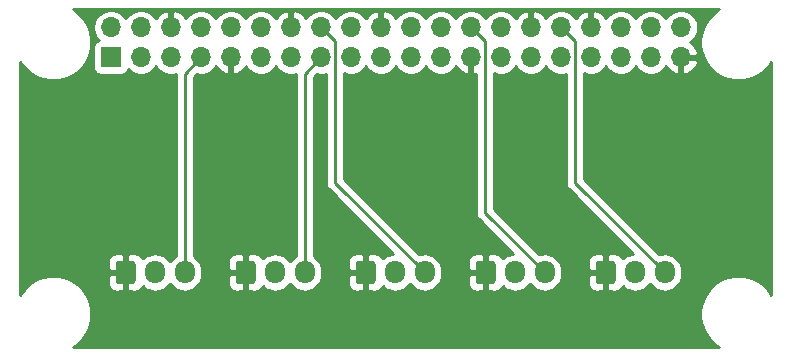
<source format=gbr>
G04 #@! TF.GenerationSoftware,KiCad,Pcbnew,(5.1.9)-1*
G04 #@! TF.CreationDate,2021-01-27T19:03:13-08:00*
G04 #@! TF.ProjectId,DRR HAT,44525220-4841-4542-9e6b-696361645f70,1.0*
G04 #@! TF.SameCoordinates,Original*
G04 #@! TF.FileFunction,Copper,L1,Top*
G04 #@! TF.FilePolarity,Positive*
%FSLAX46Y46*%
G04 Gerber Fmt 4.6, Leading zero omitted, Abs format (unit mm)*
G04 Created by KiCad (PCBNEW (5.1.9)-1) date 2021-01-27 19:03:13*
%MOMM*%
%LPD*%
G01*
G04 APERTURE LIST*
G04 #@! TA.AperFunction,ComponentPad*
%ADD10R,1.700000X1.700000*%
G04 #@! TD*
G04 #@! TA.AperFunction,ComponentPad*
%ADD11O,1.700000X1.700000*%
G04 #@! TD*
G04 #@! TA.AperFunction,ComponentPad*
%ADD12O,1.700000X1.950000*%
G04 #@! TD*
G04 #@! TA.AperFunction,Conductor*
%ADD13C,0.250000*%
G04 #@! TD*
G04 #@! TA.AperFunction,Conductor*
%ADD14C,0.254000*%
G04 #@! TD*
G04 #@! TA.AperFunction,Conductor*
%ADD15C,0.100000*%
G04 #@! TD*
G04 APERTURE END LIST*
D10*
X125902000Y-95838000D03*
D11*
X125902000Y-93298000D03*
X128442000Y-95838000D03*
X128442000Y-93298000D03*
X130982000Y-95838000D03*
X130982000Y-93298000D03*
X133522000Y-95838000D03*
X133522000Y-93298000D03*
X136062000Y-95838000D03*
X136062000Y-93298000D03*
X138602000Y-95838000D03*
X138602000Y-93298000D03*
X141142000Y-95838000D03*
X141142000Y-93298000D03*
X143682000Y-95838000D03*
X143682000Y-93298000D03*
X146222000Y-95838000D03*
X146222000Y-93298000D03*
X148762000Y-95838000D03*
X148762000Y-93298000D03*
X151302000Y-95838000D03*
X151302000Y-93298000D03*
X153842000Y-95838000D03*
X153842000Y-93298000D03*
X156382000Y-95838000D03*
X156382000Y-93298000D03*
X158922000Y-95838000D03*
X158922000Y-93298000D03*
X161462000Y-95838000D03*
X161462000Y-93298000D03*
X164002000Y-95838000D03*
X164002000Y-93298000D03*
X166542000Y-95838000D03*
X166542000Y-93298000D03*
X169082000Y-95838000D03*
X169082000Y-93298000D03*
X171622000Y-95838000D03*
X171622000Y-93298000D03*
X174162000Y-95838000D03*
X174162000Y-93298000D03*
G04 #@! TA.AperFunction,ComponentPad*
G36*
G01*
X126303400Y-114774800D02*
X126303400Y-113324800D01*
G75*
G02*
X126553400Y-113074800I250000J0D01*
G01*
X127753400Y-113074800D01*
G75*
G02*
X128003400Y-113324800I0J-250000D01*
G01*
X128003400Y-114774800D01*
G75*
G02*
X127753400Y-115024800I-250000J0D01*
G01*
X126553400Y-115024800D01*
G75*
G02*
X126303400Y-114774800I0J250000D01*
G01*
G37*
G04 #@! TD.AperFunction*
D12*
X129653400Y-114049800D03*
X132153400Y-114049800D03*
X142313400Y-114049800D03*
X139813400Y-114049800D03*
G04 #@! TA.AperFunction,ComponentPad*
G36*
G01*
X136463400Y-114774800D02*
X136463400Y-113324800D01*
G75*
G02*
X136713400Y-113074800I250000J0D01*
G01*
X137913400Y-113074800D01*
G75*
G02*
X138163400Y-113324800I0J-250000D01*
G01*
X138163400Y-114774800D01*
G75*
G02*
X137913400Y-115024800I-250000J0D01*
G01*
X136713400Y-115024800D01*
G75*
G02*
X136463400Y-114774800I0J250000D01*
G01*
G37*
G04 #@! TD.AperFunction*
G04 #@! TA.AperFunction,ComponentPad*
G36*
G01*
X146623400Y-114774800D02*
X146623400Y-113324800D01*
G75*
G02*
X146873400Y-113074800I250000J0D01*
G01*
X148073400Y-113074800D01*
G75*
G02*
X148323400Y-113324800I0J-250000D01*
G01*
X148323400Y-114774800D01*
G75*
G02*
X148073400Y-115024800I-250000J0D01*
G01*
X146873400Y-115024800D01*
G75*
G02*
X146623400Y-114774800I0J250000D01*
G01*
G37*
G04 #@! TD.AperFunction*
X149973400Y-114049800D03*
X152473400Y-114049800D03*
G04 #@! TA.AperFunction,ComponentPad*
G36*
G01*
X156783400Y-114774800D02*
X156783400Y-113324800D01*
G75*
G02*
X157033400Y-113074800I250000J0D01*
G01*
X158233400Y-113074800D01*
G75*
G02*
X158483400Y-113324800I0J-250000D01*
G01*
X158483400Y-114774800D01*
G75*
G02*
X158233400Y-115024800I-250000J0D01*
G01*
X157033400Y-115024800D01*
G75*
G02*
X156783400Y-114774800I0J250000D01*
G01*
G37*
G04 #@! TD.AperFunction*
X160133400Y-114049800D03*
X162633400Y-114049800D03*
X172793400Y-114049800D03*
X170293400Y-114049800D03*
G04 #@! TA.AperFunction,ComponentPad*
G36*
G01*
X166943400Y-114774800D02*
X166943400Y-113324800D01*
G75*
G02*
X167193400Y-113074800I250000J0D01*
G01*
X168393400Y-113074800D01*
G75*
G02*
X168643400Y-113324800I0J-250000D01*
G01*
X168643400Y-114774800D01*
G75*
G02*
X168393400Y-115024800I-250000J0D01*
G01*
X167193400Y-115024800D01*
G75*
G02*
X166943400Y-114774800I0J250000D01*
G01*
G37*
G04 #@! TD.AperFunction*
D13*
X165177001Y-94473001D02*
X164002000Y-93298000D01*
X165177001Y-106433401D02*
X165177001Y-94473001D01*
X172793400Y-114049800D02*
X165177001Y-106433401D01*
X132153400Y-97206600D02*
X133522000Y-95838000D01*
X132153400Y-114049800D02*
X132153400Y-97206600D01*
X142313400Y-97206600D02*
X143682000Y-95838000D01*
X142313400Y-114049800D02*
X142313400Y-97206600D01*
X144857001Y-94473001D02*
X143682000Y-93298000D01*
X144857001Y-106433401D02*
X144857001Y-94473001D01*
X152473400Y-114049800D02*
X144857001Y-106433401D01*
X157557001Y-94473001D02*
X156382000Y-93298000D01*
X157557001Y-108973401D02*
X157557001Y-94473001D01*
X162633400Y-114049800D02*
X157557001Y-108973401D01*
D14*
X176974907Y-92061425D02*
X176525425Y-92510907D01*
X176172270Y-93039442D01*
X175929012Y-93626719D01*
X175805000Y-94250168D01*
X175805000Y-94885832D01*
X175929012Y-95509281D01*
X176172270Y-96096558D01*
X176525425Y-96625093D01*
X176974907Y-97074575D01*
X177503442Y-97427730D01*
X178090719Y-97670988D01*
X178714168Y-97795000D01*
X179349832Y-97795000D01*
X179973281Y-97670988D01*
X180560558Y-97427730D01*
X181089093Y-97074575D01*
X181538575Y-96625093D01*
X181822000Y-96200916D01*
X181822001Y-115935085D01*
X181538575Y-115510907D01*
X181089093Y-115061425D01*
X180560558Y-114708270D01*
X179973281Y-114465012D01*
X179349832Y-114341000D01*
X178714168Y-114341000D01*
X178090719Y-114465012D01*
X177503442Y-114708270D01*
X176974907Y-115061425D01*
X176525425Y-115510907D01*
X176172270Y-116039442D01*
X175929012Y-116626719D01*
X175805000Y-117250168D01*
X175805000Y-117885832D01*
X175929012Y-118509281D01*
X176172270Y-119096558D01*
X176525425Y-119625093D01*
X176974907Y-120074575D01*
X177399083Y-120358000D01*
X122664917Y-120358000D01*
X123089093Y-120074575D01*
X123538575Y-119625093D01*
X123891730Y-119096558D01*
X124134988Y-118509281D01*
X124259000Y-117885832D01*
X124259000Y-117250168D01*
X124134988Y-116626719D01*
X123891730Y-116039442D01*
X123538575Y-115510907D01*
X123089093Y-115061425D01*
X123034280Y-115024800D01*
X125665328Y-115024800D01*
X125677588Y-115149282D01*
X125713898Y-115268980D01*
X125772863Y-115379294D01*
X125852215Y-115475985D01*
X125948906Y-115555337D01*
X126059220Y-115614302D01*
X126178918Y-115650612D01*
X126303400Y-115662872D01*
X126867650Y-115659800D01*
X127026400Y-115501050D01*
X127026400Y-114176800D01*
X125827150Y-114176800D01*
X125668400Y-114335550D01*
X125665328Y-115024800D01*
X123034280Y-115024800D01*
X122560558Y-114708270D01*
X121973281Y-114465012D01*
X121349832Y-114341000D01*
X120714168Y-114341000D01*
X120090719Y-114465012D01*
X119503442Y-114708270D01*
X118974907Y-115061425D01*
X118525425Y-115510907D01*
X118242000Y-115935083D01*
X118242000Y-113074800D01*
X125665328Y-113074800D01*
X125668400Y-113764050D01*
X125827150Y-113922800D01*
X127026400Y-113922800D01*
X127026400Y-112598550D01*
X126867650Y-112439800D01*
X126303400Y-112436728D01*
X126178918Y-112448988D01*
X126059220Y-112485298D01*
X125948906Y-112544263D01*
X125852215Y-112623615D01*
X125772863Y-112720306D01*
X125713898Y-112830620D01*
X125677588Y-112950318D01*
X125665328Y-113074800D01*
X118242000Y-113074800D01*
X118242000Y-96200917D01*
X118525425Y-96625093D01*
X118974907Y-97074575D01*
X119503442Y-97427730D01*
X120090719Y-97670988D01*
X120714168Y-97795000D01*
X121349832Y-97795000D01*
X121973281Y-97670988D01*
X122560558Y-97427730D01*
X123089093Y-97074575D01*
X123538575Y-96625093D01*
X123891730Y-96096558D01*
X124134988Y-95509281D01*
X124238677Y-94988000D01*
X124413928Y-94988000D01*
X124413928Y-96688000D01*
X124426188Y-96812482D01*
X124462498Y-96932180D01*
X124521463Y-97042494D01*
X124600815Y-97139185D01*
X124697506Y-97218537D01*
X124807820Y-97277502D01*
X124927518Y-97313812D01*
X125052000Y-97326072D01*
X126752000Y-97326072D01*
X126876482Y-97313812D01*
X126996180Y-97277502D01*
X127106494Y-97218537D01*
X127203185Y-97139185D01*
X127282537Y-97042494D01*
X127341502Y-96932180D01*
X127363513Y-96859620D01*
X127495368Y-96991475D01*
X127738589Y-97153990D01*
X128008842Y-97265932D01*
X128295740Y-97323000D01*
X128588260Y-97323000D01*
X128875158Y-97265932D01*
X129145411Y-97153990D01*
X129388632Y-96991475D01*
X129595475Y-96784632D01*
X129712000Y-96610240D01*
X129828525Y-96784632D01*
X130035368Y-96991475D01*
X130278589Y-97153990D01*
X130548842Y-97265932D01*
X130835740Y-97323000D01*
X131128260Y-97323000D01*
X131393401Y-97270260D01*
X131393400Y-112647205D01*
X131324386Y-112684094D01*
X131098266Y-112869666D01*
X130912694Y-113095787D01*
X130903400Y-113113174D01*
X130894106Y-113095786D01*
X130708534Y-112869666D01*
X130482413Y-112684094D01*
X130224433Y-112546201D01*
X129944510Y-112461287D01*
X129653400Y-112432615D01*
X129362289Y-112461287D01*
X129082366Y-112546201D01*
X128824386Y-112684094D01*
X128603455Y-112865408D01*
X128592902Y-112830620D01*
X128533937Y-112720306D01*
X128454585Y-112623615D01*
X128357894Y-112544263D01*
X128247580Y-112485298D01*
X128127882Y-112448988D01*
X128003400Y-112436728D01*
X127439150Y-112439800D01*
X127280400Y-112598550D01*
X127280400Y-113922800D01*
X127300400Y-113922800D01*
X127300400Y-114176800D01*
X127280400Y-114176800D01*
X127280400Y-115501050D01*
X127439150Y-115659800D01*
X128003400Y-115662872D01*
X128127882Y-115650612D01*
X128247580Y-115614302D01*
X128357894Y-115555337D01*
X128454585Y-115475985D01*
X128533937Y-115379294D01*
X128592902Y-115268980D01*
X128603455Y-115234192D01*
X128824387Y-115415506D01*
X129082367Y-115553399D01*
X129362290Y-115638313D01*
X129653400Y-115666985D01*
X129944511Y-115638313D01*
X130224434Y-115553399D01*
X130482414Y-115415506D01*
X130708534Y-115229934D01*
X130894106Y-115003814D01*
X130903400Y-114986426D01*
X130912694Y-115003814D01*
X131098266Y-115229934D01*
X131324387Y-115415506D01*
X131582367Y-115553399D01*
X131862290Y-115638313D01*
X132153400Y-115666985D01*
X132444511Y-115638313D01*
X132724434Y-115553399D01*
X132982414Y-115415506D01*
X133208534Y-115229934D01*
X133376883Y-115024800D01*
X135825328Y-115024800D01*
X135837588Y-115149282D01*
X135873898Y-115268980D01*
X135932863Y-115379294D01*
X136012215Y-115475985D01*
X136108906Y-115555337D01*
X136219220Y-115614302D01*
X136338918Y-115650612D01*
X136463400Y-115662872D01*
X137027650Y-115659800D01*
X137186400Y-115501050D01*
X137186400Y-114176800D01*
X135987150Y-114176800D01*
X135828400Y-114335550D01*
X135825328Y-115024800D01*
X133376883Y-115024800D01*
X133394106Y-115003814D01*
X133531999Y-114745833D01*
X133616913Y-114465910D01*
X133638400Y-114247749D01*
X133638400Y-113851850D01*
X133616913Y-113633689D01*
X133531999Y-113353766D01*
X133394106Y-113095786D01*
X133376884Y-113074800D01*
X135825328Y-113074800D01*
X135828400Y-113764050D01*
X135987150Y-113922800D01*
X137186400Y-113922800D01*
X137186400Y-112598550D01*
X137027650Y-112439800D01*
X136463400Y-112436728D01*
X136338918Y-112448988D01*
X136219220Y-112485298D01*
X136108906Y-112544263D01*
X136012215Y-112623615D01*
X135932863Y-112720306D01*
X135873898Y-112830620D01*
X135837588Y-112950318D01*
X135825328Y-113074800D01*
X133376884Y-113074800D01*
X133208534Y-112869666D01*
X132982413Y-112684094D01*
X132913400Y-112647206D01*
X132913400Y-97521401D01*
X133155592Y-97279209D01*
X133375740Y-97323000D01*
X133668260Y-97323000D01*
X133955158Y-97265932D01*
X134225411Y-97153990D01*
X134468632Y-96991475D01*
X134675475Y-96784632D01*
X134797195Y-96602466D01*
X134866822Y-96719355D01*
X135061731Y-96935588D01*
X135295080Y-97109641D01*
X135557901Y-97234825D01*
X135705110Y-97279476D01*
X135935000Y-97158155D01*
X135935000Y-95965000D01*
X135915000Y-95965000D01*
X135915000Y-95711000D01*
X135935000Y-95711000D01*
X135935000Y-95691000D01*
X136189000Y-95691000D01*
X136189000Y-95711000D01*
X136209000Y-95711000D01*
X136209000Y-95965000D01*
X136189000Y-95965000D01*
X136189000Y-97158155D01*
X136418890Y-97279476D01*
X136566099Y-97234825D01*
X136828920Y-97109641D01*
X137062269Y-96935588D01*
X137257178Y-96719355D01*
X137326805Y-96602466D01*
X137448525Y-96784632D01*
X137655368Y-96991475D01*
X137898589Y-97153990D01*
X138168842Y-97265932D01*
X138455740Y-97323000D01*
X138748260Y-97323000D01*
X139035158Y-97265932D01*
X139305411Y-97153990D01*
X139548632Y-96991475D01*
X139755475Y-96784632D01*
X139872000Y-96610240D01*
X139988525Y-96784632D01*
X140195368Y-96991475D01*
X140438589Y-97153990D01*
X140708842Y-97265932D01*
X140995740Y-97323000D01*
X141288260Y-97323000D01*
X141553401Y-97270260D01*
X141553400Y-112647205D01*
X141484386Y-112684094D01*
X141258266Y-112869666D01*
X141072694Y-113095787D01*
X141063400Y-113113174D01*
X141054106Y-113095786D01*
X140868534Y-112869666D01*
X140642413Y-112684094D01*
X140384433Y-112546201D01*
X140104510Y-112461287D01*
X139813400Y-112432615D01*
X139522289Y-112461287D01*
X139242366Y-112546201D01*
X138984386Y-112684094D01*
X138763455Y-112865408D01*
X138752902Y-112830620D01*
X138693937Y-112720306D01*
X138614585Y-112623615D01*
X138517894Y-112544263D01*
X138407580Y-112485298D01*
X138287882Y-112448988D01*
X138163400Y-112436728D01*
X137599150Y-112439800D01*
X137440400Y-112598550D01*
X137440400Y-113922800D01*
X137460400Y-113922800D01*
X137460400Y-114176800D01*
X137440400Y-114176800D01*
X137440400Y-115501050D01*
X137599150Y-115659800D01*
X138163400Y-115662872D01*
X138287882Y-115650612D01*
X138407580Y-115614302D01*
X138517894Y-115555337D01*
X138614585Y-115475985D01*
X138693937Y-115379294D01*
X138752902Y-115268980D01*
X138763455Y-115234192D01*
X138984387Y-115415506D01*
X139242367Y-115553399D01*
X139522290Y-115638313D01*
X139813400Y-115666985D01*
X140104511Y-115638313D01*
X140384434Y-115553399D01*
X140642414Y-115415506D01*
X140868534Y-115229934D01*
X141054106Y-115003814D01*
X141063400Y-114986426D01*
X141072694Y-115003814D01*
X141258266Y-115229934D01*
X141484387Y-115415506D01*
X141742367Y-115553399D01*
X142022290Y-115638313D01*
X142313400Y-115666985D01*
X142604511Y-115638313D01*
X142884434Y-115553399D01*
X143142414Y-115415506D01*
X143368534Y-115229934D01*
X143536883Y-115024800D01*
X145985328Y-115024800D01*
X145997588Y-115149282D01*
X146033898Y-115268980D01*
X146092863Y-115379294D01*
X146172215Y-115475985D01*
X146268906Y-115555337D01*
X146379220Y-115614302D01*
X146498918Y-115650612D01*
X146623400Y-115662872D01*
X147187650Y-115659800D01*
X147346400Y-115501050D01*
X147346400Y-114176800D01*
X146147150Y-114176800D01*
X145988400Y-114335550D01*
X145985328Y-115024800D01*
X143536883Y-115024800D01*
X143554106Y-115003814D01*
X143691999Y-114745833D01*
X143776913Y-114465910D01*
X143798400Y-114247749D01*
X143798400Y-113851850D01*
X143776913Y-113633689D01*
X143691999Y-113353766D01*
X143554106Y-113095786D01*
X143536884Y-113074800D01*
X145985328Y-113074800D01*
X145988400Y-113764050D01*
X146147150Y-113922800D01*
X147346400Y-113922800D01*
X147346400Y-112598550D01*
X147187650Y-112439800D01*
X146623400Y-112436728D01*
X146498918Y-112448988D01*
X146379220Y-112485298D01*
X146268906Y-112544263D01*
X146172215Y-112623615D01*
X146092863Y-112720306D01*
X146033898Y-112830620D01*
X145997588Y-112950318D01*
X145985328Y-113074800D01*
X143536884Y-113074800D01*
X143368534Y-112869666D01*
X143142413Y-112684094D01*
X143073400Y-112647206D01*
X143073400Y-97521401D01*
X143315592Y-97279209D01*
X143535740Y-97323000D01*
X143828260Y-97323000D01*
X144097002Y-97269544D01*
X144097001Y-106396079D01*
X144093325Y-106433401D01*
X144097001Y-106470723D01*
X144097001Y-106470733D01*
X144107998Y-106582386D01*
X144151455Y-106725647D01*
X144222027Y-106857677D01*
X144261872Y-106906227D01*
X144317000Y-106973402D01*
X144346004Y-106997205D01*
X149798627Y-112449829D01*
X149682289Y-112461287D01*
X149402366Y-112546201D01*
X149144386Y-112684094D01*
X148923455Y-112865408D01*
X148912902Y-112830620D01*
X148853937Y-112720306D01*
X148774585Y-112623615D01*
X148677894Y-112544263D01*
X148567580Y-112485298D01*
X148447882Y-112448988D01*
X148323400Y-112436728D01*
X147759150Y-112439800D01*
X147600400Y-112598550D01*
X147600400Y-113922800D01*
X147620400Y-113922800D01*
X147620400Y-114176800D01*
X147600400Y-114176800D01*
X147600400Y-115501050D01*
X147759150Y-115659800D01*
X148323400Y-115662872D01*
X148447882Y-115650612D01*
X148567580Y-115614302D01*
X148677894Y-115555337D01*
X148774585Y-115475985D01*
X148853937Y-115379294D01*
X148912902Y-115268980D01*
X148923455Y-115234192D01*
X149144387Y-115415506D01*
X149402367Y-115553399D01*
X149682290Y-115638313D01*
X149973400Y-115666985D01*
X150264511Y-115638313D01*
X150544434Y-115553399D01*
X150802414Y-115415506D01*
X151028534Y-115229934D01*
X151214106Y-115003814D01*
X151223400Y-114986426D01*
X151232694Y-115003814D01*
X151418266Y-115229934D01*
X151644387Y-115415506D01*
X151902367Y-115553399D01*
X152182290Y-115638313D01*
X152473400Y-115666985D01*
X152764511Y-115638313D01*
X153044434Y-115553399D01*
X153302414Y-115415506D01*
X153528534Y-115229934D01*
X153696883Y-115024800D01*
X156145328Y-115024800D01*
X156157588Y-115149282D01*
X156193898Y-115268980D01*
X156252863Y-115379294D01*
X156332215Y-115475985D01*
X156428906Y-115555337D01*
X156539220Y-115614302D01*
X156658918Y-115650612D01*
X156783400Y-115662872D01*
X157347650Y-115659800D01*
X157506400Y-115501050D01*
X157506400Y-114176800D01*
X156307150Y-114176800D01*
X156148400Y-114335550D01*
X156145328Y-115024800D01*
X153696883Y-115024800D01*
X153714106Y-115003814D01*
X153851999Y-114745833D01*
X153936913Y-114465910D01*
X153958400Y-114247749D01*
X153958400Y-113851850D01*
X153936913Y-113633689D01*
X153851999Y-113353766D01*
X153714106Y-113095786D01*
X153696884Y-113074800D01*
X156145328Y-113074800D01*
X156148400Y-113764050D01*
X156307150Y-113922800D01*
X157506400Y-113922800D01*
X157506400Y-112598550D01*
X157347650Y-112439800D01*
X156783400Y-112436728D01*
X156658918Y-112448988D01*
X156539220Y-112485298D01*
X156428906Y-112544263D01*
X156332215Y-112623615D01*
X156252863Y-112720306D01*
X156193898Y-112830620D01*
X156157588Y-112950318D01*
X156145328Y-113074800D01*
X153696884Y-113074800D01*
X153528534Y-112869666D01*
X153302413Y-112684094D01*
X153044433Y-112546201D01*
X152764510Y-112461287D01*
X152473400Y-112432615D01*
X152182289Y-112461287D01*
X152011498Y-112513096D01*
X145617001Y-106118600D01*
X145617001Y-97194753D01*
X145788842Y-97265932D01*
X146075740Y-97323000D01*
X146368260Y-97323000D01*
X146655158Y-97265932D01*
X146925411Y-97153990D01*
X147168632Y-96991475D01*
X147375475Y-96784632D01*
X147492000Y-96610240D01*
X147608525Y-96784632D01*
X147815368Y-96991475D01*
X148058589Y-97153990D01*
X148328842Y-97265932D01*
X148615740Y-97323000D01*
X148908260Y-97323000D01*
X149195158Y-97265932D01*
X149465411Y-97153990D01*
X149708632Y-96991475D01*
X149915475Y-96784632D01*
X150032000Y-96610240D01*
X150148525Y-96784632D01*
X150355368Y-96991475D01*
X150598589Y-97153990D01*
X150868842Y-97265932D01*
X151155740Y-97323000D01*
X151448260Y-97323000D01*
X151735158Y-97265932D01*
X152005411Y-97153990D01*
X152248632Y-96991475D01*
X152455475Y-96784632D01*
X152572000Y-96610240D01*
X152688525Y-96784632D01*
X152895368Y-96991475D01*
X153138589Y-97153990D01*
X153408842Y-97265932D01*
X153695740Y-97323000D01*
X153988260Y-97323000D01*
X154275158Y-97265932D01*
X154545411Y-97153990D01*
X154788632Y-96991475D01*
X154995475Y-96784632D01*
X155117195Y-96602466D01*
X155186822Y-96719355D01*
X155381731Y-96935588D01*
X155615080Y-97109641D01*
X155877901Y-97234825D01*
X156025110Y-97279476D01*
X156255000Y-97158155D01*
X156255000Y-95965000D01*
X156235000Y-95965000D01*
X156235000Y-95711000D01*
X156255000Y-95711000D01*
X156255000Y-95691000D01*
X156509000Y-95691000D01*
X156509000Y-95711000D01*
X156529000Y-95711000D01*
X156529000Y-95965000D01*
X156509000Y-95965000D01*
X156509000Y-97158155D01*
X156738890Y-97279476D01*
X156797002Y-97261850D01*
X156797001Y-108936079D01*
X156793325Y-108973401D01*
X156797001Y-109010723D01*
X156797001Y-109010733D01*
X156807998Y-109122386D01*
X156851455Y-109265647D01*
X156922027Y-109397677D01*
X156961872Y-109446227D01*
X157017000Y-109513402D01*
X157046004Y-109537205D01*
X159958627Y-112449829D01*
X159842289Y-112461287D01*
X159562366Y-112546201D01*
X159304386Y-112684094D01*
X159083455Y-112865408D01*
X159072902Y-112830620D01*
X159013937Y-112720306D01*
X158934585Y-112623615D01*
X158837894Y-112544263D01*
X158727580Y-112485298D01*
X158607882Y-112448988D01*
X158483400Y-112436728D01*
X157919150Y-112439800D01*
X157760400Y-112598550D01*
X157760400Y-113922800D01*
X157780400Y-113922800D01*
X157780400Y-114176800D01*
X157760400Y-114176800D01*
X157760400Y-115501050D01*
X157919150Y-115659800D01*
X158483400Y-115662872D01*
X158607882Y-115650612D01*
X158727580Y-115614302D01*
X158837894Y-115555337D01*
X158934585Y-115475985D01*
X159013937Y-115379294D01*
X159072902Y-115268980D01*
X159083455Y-115234192D01*
X159304387Y-115415506D01*
X159562367Y-115553399D01*
X159842290Y-115638313D01*
X160133400Y-115666985D01*
X160424511Y-115638313D01*
X160704434Y-115553399D01*
X160962414Y-115415506D01*
X161188534Y-115229934D01*
X161374106Y-115003814D01*
X161383400Y-114986426D01*
X161392694Y-115003814D01*
X161578266Y-115229934D01*
X161804387Y-115415506D01*
X162062367Y-115553399D01*
X162342290Y-115638313D01*
X162633400Y-115666985D01*
X162924511Y-115638313D01*
X163204434Y-115553399D01*
X163462414Y-115415506D01*
X163688534Y-115229934D01*
X163856883Y-115024800D01*
X166305328Y-115024800D01*
X166317588Y-115149282D01*
X166353898Y-115268980D01*
X166412863Y-115379294D01*
X166492215Y-115475985D01*
X166588906Y-115555337D01*
X166699220Y-115614302D01*
X166818918Y-115650612D01*
X166943400Y-115662872D01*
X167507650Y-115659800D01*
X167666400Y-115501050D01*
X167666400Y-114176800D01*
X166467150Y-114176800D01*
X166308400Y-114335550D01*
X166305328Y-115024800D01*
X163856883Y-115024800D01*
X163874106Y-115003814D01*
X164011999Y-114745833D01*
X164096913Y-114465910D01*
X164118400Y-114247749D01*
X164118400Y-113851850D01*
X164096913Y-113633689D01*
X164011999Y-113353766D01*
X163874106Y-113095786D01*
X163856884Y-113074800D01*
X166305328Y-113074800D01*
X166308400Y-113764050D01*
X166467150Y-113922800D01*
X167666400Y-113922800D01*
X167666400Y-112598550D01*
X167507650Y-112439800D01*
X166943400Y-112436728D01*
X166818918Y-112448988D01*
X166699220Y-112485298D01*
X166588906Y-112544263D01*
X166492215Y-112623615D01*
X166412863Y-112720306D01*
X166353898Y-112830620D01*
X166317588Y-112950318D01*
X166305328Y-113074800D01*
X163856884Y-113074800D01*
X163688534Y-112869666D01*
X163462413Y-112684094D01*
X163204433Y-112546201D01*
X162924510Y-112461287D01*
X162633400Y-112432615D01*
X162342289Y-112461287D01*
X162171498Y-112513096D01*
X158317001Y-108658600D01*
X158317001Y-97194753D01*
X158488842Y-97265932D01*
X158775740Y-97323000D01*
X159068260Y-97323000D01*
X159355158Y-97265932D01*
X159625411Y-97153990D01*
X159868632Y-96991475D01*
X160075475Y-96784632D01*
X160192000Y-96610240D01*
X160308525Y-96784632D01*
X160515368Y-96991475D01*
X160758589Y-97153990D01*
X161028842Y-97265932D01*
X161315740Y-97323000D01*
X161608260Y-97323000D01*
X161895158Y-97265932D01*
X162165411Y-97153990D01*
X162408632Y-96991475D01*
X162615475Y-96784632D01*
X162732000Y-96610240D01*
X162848525Y-96784632D01*
X163055368Y-96991475D01*
X163298589Y-97153990D01*
X163568842Y-97265932D01*
X163855740Y-97323000D01*
X164148260Y-97323000D01*
X164417002Y-97269544D01*
X164417001Y-106396079D01*
X164413325Y-106433401D01*
X164417001Y-106470723D01*
X164417001Y-106470733D01*
X164427998Y-106582386D01*
X164471455Y-106725647D01*
X164542027Y-106857677D01*
X164581872Y-106906227D01*
X164637000Y-106973402D01*
X164666004Y-106997205D01*
X170118627Y-112449829D01*
X170002289Y-112461287D01*
X169722366Y-112546201D01*
X169464386Y-112684094D01*
X169243455Y-112865408D01*
X169232902Y-112830620D01*
X169173937Y-112720306D01*
X169094585Y-112623615D01*
X168997894Y-112544263D01*
X168887580Y-112485298D01*
X168767882Y-112448988D01*
X168643400Y-112436728D01*
X168079150Y-112439800D01*
X167920400Y-112598550D01*
X167920400Y-113922800D01*
X167940400Y-113922800D01*
X167940400Y-114176800D01*
X167920400Y-114176800D01*
X167920400Y-115501050D01*
X168079150Y-115659800D01*
X168643400Y-115662872D01*
X168767882Y-115650612D01*
X168887580Y-115614302D01*
X168997894Y-115555337D01*
X169094585Y-115475985D01*
X169173937Y-115379294D01*
X169232902Y-115268980D01*
X169243455Y-115234192D01*
X169464387Y-115415506D01*
X169722367Y-115553399D01*
X170002290Y-115638313D01*
X170293400Y-115666985D01*
X170584511Y-115638313D01*
X170864434Y-115553399D01*
X171122414Y-115415506D01*
X171348534Y-115229934D01*
X171534106Y-115003814D01*
X171543400Y-114986426D01*
X171552694Y-115003814D01*
X171738266Y-115229934D01*
X171964387Y-115415506D01*
X172222367Y-115553399D01*
X172502290Y-115638313D01*
X172793400Y-115666985D01*
X173084511Y-115638313D01*
X173364434Y-115553399D01*
X173622414Y-115415506D01*
X173848534Y-115229934D01*
X174034106Y-115003814D01*
X174171999Y-114745833D01*
X174256913Y-114465910D01*
X174278400Y-114247749D01*
X174278400Y-113851850D01*
X174256913Y-113633689D01*
X174171999Y-113353766D01*
X174034106Y-113095786D01*
X173848534Y-112869666D01*
X173622413Y-112684094D01*
X173364433Y-112546201D01*
X173084510Y-112461287D01*
X172793400Y-112432615D01*
X172502289Y-112461287D01*
X172331498Y-112513096D01*
X165937001Y-106118600D01*
X165937001Y-97194753D01*
X166108842Y-97265932D01*
X166395740Y-97323000D01*
X166688260Y-97323000D01*
X166975158Y-97265932D01*
X167245411Y-97153990D01*
X167488632Y-96991475D01*
X167695475Y-96784632D01*
X167812000Y-96610240D01*
X167928525Y-96784632D01*
X168135368Y-96991475D01*
X168378589Y-97153990D01*
X168648842Y-97265932D01*
X168935740Y-97323000D01*
X169228260Y-97323000D01*
X169515158Y-97265932D01*
X169785411Y-97153990D01*
X170028632Y-96991475D01*
X170235475Y-96784632D01*
X170352000Y-96610240D01*
X170468525Y-96784632D01*
X170675368Y-96991475D01*
X170918589Y-97153990D01*
X171188842Y-97265932D01*
X171475740Y-97323000D01*
X171768260Y-97323000D01*
X172055158Y-97265932D01*
X172325411Y-97153990D01*
X172568632Y-96991475D01*
X172775475Y-96784632D01*
X172897195Y-96602466D01*
X172966822Y-96719355D01*
X173161731Y-96935588D01*
X173395080Y-97109641D01*
X173657901Y-97234825D01*
X173805110Y-97279476D01*
X174035000Y-97158155D01*
X174035000Y-95965000D01*
X174289000Y-95965000D01*
X174289000Y-97158155D01*
X174518890Y-97279476D01*
X174666099Y-97234825D01*
X174928920Y-97109641D01*
X175162269Y-96935588D01*
X175357178Y-96719355D01*
X175506157Y-96469252D01*
X175603481Y-96194891D01*
X175482814Y-95965000D01*
X174289000Y-95965000D01*
X174035000Y-95965000D01*
X174015000Y-95965000D01*
X174015000Y-95711000D01*
X174035000Y-95711000D01*
X174035000Y-95691000D01*
X174289000Y-95691000D01*
X174289000Y-95711000D01*
X175482814Y-95711000D01*
X175603481Y-95481109D01*
X175506157Y-95206748D01*
X175357178Y-94956645D01*
X175162269Y-94740412D01*
X174932594Y-94569100D01*
X175108632Y-94451475D01*
X175315475Y-94244632D01*
X175477990Y-94001411D01*
X175589932Y-93731158D01*
X175647000Y-93444260D01*
X175647000Y-93151740D01*
X175589932Y-92864842D01*
X175477990Y-92594589D01*
X175315475Y-92351368D01*
X175108632Y-92144525D01*
X174865411Y-91982010D01*
X174595158Y-91870068D01*
X174308260Y-91813000D01*
X174015740Y-91813000D01*
X173728842Y-91870068D01*
X173458589Y-91982010D01*
X173215368Y-92144525D01*
X173008525Y-92351368D01*
X172892000Y-92525760D01*
X172775475Y-92351368D01*
X172568632Y-92144525D01*
X172325411Y-91982010D01*
X172055158Y-91870068D01*
X171768260Y-91813000D01*
X171475740Y-91813000D01*
X171188842Y-91870068D01*
X170918589Y-91982010D01*
X170675368Y-92144525D01*
X170468525Y-92351368D01*
X170352000Y-92525760D01*
X170235475Y-92351368D01*
X170028632Y-92144525D01*
X169785411Y-91982010D01*
X169515158Y-91870068D01*
X169228260Y-91813000D01*
X168935740Y-91813000D01*
X168648842Y-91870068D01*
X168378589Y-91982010D01*
X168135368Y-92144525D01*
X167928525Y-92351368D01*
X167806805Y-92533534D01*
X167737178Y-92416645D01*
X167542269Y-92200412D01*
X167308920Y-92026359D01*
X167046099Y-91901175D01*
X166898890Y-91856524D01*
X166669000Y-91977845D01*
X166669000Y-93171000D01*
X166689000Y-93171000D01*
X166689000Y-93425000D01*
X166669000Y-93425000D01*
X166669000Y-93445000D01*
X166415000Y-93445000D01*
X166415000Y-93425000D01*
X166395000Y-93425000D01*
X166395000Y-93171000D01*
X166415000Y-93171000D01*
X166415000Y-91977845D01*
X166185110Y-91856524D01*
X166037901Y-91901175D01*
X165775080Y-92026359D01*
X165541731Y-92200412D01*
X165346822Y-92416645D01*
X165277195Y-92533534D01*
X165155475Y-92351368D01*
X164948632Y-92144525D01*
X164705411Y-91982010D01*
X164435158Y-91870068D01*
X164148260Y-91813000D01*
X163855740Y-91813000D01*
X163568842Y-91870068D01*
X163298589Y-91982010D01*
X163055368Y-92144525D01*
X162848525Y-92351368D01*
X162726805Y-92533534D01*
X162657178Y-92416645D01*
X162462269Y-92200412D01*
X162228920Y-92026359D01*
X161966099Y-91901175D01*
X161818890Y-91856524D01*
X161589000Y-91977845D01*
X161589000Y-93171000D01*
X161609000Y-93171000D01*
X161609000Y-93425000D01*
X161589000Y-93425000D01*
X161589000Y-93445000D01*
X161335000Y-93445000D01*
X161335000Y-93425000D01*
X161315000Y-93425000D01*
X161315000Y-93171000D01*
X161335000Y-93171000D01*
X161335000Y-91977845D01*
X161105110Y-91856524D01*
X160957901Y-91901175D01*
X160695080Y-92026359D01*
X160461731Y-92200412D01*
X160266822Y-92416645D01*
X160197195Y-92533534D01*
X160075475Y-92351368D01*
X159868632Y-92144525D01*
X159625411Y-91982010D01*
X159355158Y-91870068D01*
X159068260Y-91813000D01*
X158775740Y-91813000D01*
X158488842Y-91870068D01*
X158218589Y-91982010D01*
X157975368Y-92144525D01*
X157768525Y-92351368D01*
X157652000Y-92525760D01*
X157535475Y-92351368D01*
X157328632Y-92144525D01*
X157085411Y-91982010D01*
X156815158Y-91870068D01*
X156528260Y-91813000D01*
X156235740Y-91813000D01*
X155948842Y-91870068D01*
X155678589Y-91982010D01*
X155435368Y-92144525D01*
X155228525Y-92351368D01*
X155112000Y-92525760D01*
X154995475Y-92351368D01*
X154788632Y-92144525D01*
X154545411Y-91982010D01*
X154275158Y-91870068D01*
X153988260Y-91813000D01*
X153695740Y-91813000D01*
X153408842Y-91870068D01*
X153138589Y-91982010D01*
X152895368Y-92144525D01*
X152688525Y-92351368D01*
X152572000Y-92525760D01*
X152455475Y-92351368D01*
X152248632Y-92144525D01*
X152005411Y-91982010D01*
X151735158Y-91870068D01*
X151448260Y-91813000D01*
X151155740Y-91813000D01*
X150868842Y-91870068D01*
X150598589Y-91982010D01*
X150355368Y-92144525D01*
X150148525Y-92351368D01*
X150026805Y-92533534D01*
X149957178Y-92416645D01*
X149762269Y-92200412D01*
X149528920Y-92026359D01*
X149266099Y-91901175D01*
X149118890Y-91856524D01*
X148889000Y-91977845D01*
X148889000Y-93171000D01*
X148909000Y-93171000D01*
X148909000Y-93425000D01*
X148889000Y-93425000D01*
X148889000Y-93445000D01*
X148635000Y-93445000D01*
X148635000Y-93425000D01*
X148615000Y-93425000D01*
X148615000Y-93171000D01*
X148635000Y-93171000D01*
X148635000Y-91977845D01*
X148405110Y-91856524D01*
X148257901Y-91901175D01*
X147995080Y-92026359D01*
X147761731Y-92200412D01*
X147566822Y-92416645D01*
X147497195Y-92533534D01*
X147375475Y-92351368D01*
X147168632Y-92144525D01*
X146925411Y-91982010D01*
X146655158Y-91870068D01*
X146368260Y-91813000D01*
X146075740Y-91813000D01*
X145788842Y-91870068D01*
X145518589Y-91982010D01*
X145275368Y-92144525D01*
X145068525Y-92351368D01*
X144952000Y-92525760D01*
X144835475Y-92351368D01*
X144628632Y-92144525D01*
X144385411Y-91982010D01*
X144115158Y-91870068D01*
X143828260Y-91813000D01*
X143535740Y-91813000D01*
X143248842Y-91870068D01*
X142978589Y-91982010D01*
X142735368Y-92144525D01*
X142528525Y-92351368D01*
X142406805Y-92533534D01*
X142337178Y-92416645D01*
X142142269Y-92200412D01*
X141908920Y-92026359D01*
X141646099Y-91901175D01*
X141498890Y-91856524D01*
X141269000Y-91977845D01*
X141269000Y-93171000D01*
X141289000Y-93171000D01*
X141289000Y-93425000D01*
X141269000Y-93425000D01*
X141269000Y-93445000D01*
X141015000Y-93445000D01*
X141015000Y-93425000D01*
X140995000Y-93425000D01*
X140995000Y-93171000D01*
X141015000Y-93171000D01*
X141015000Y-91977845D01*
X140785110Y-91856524D01*
X140637901Y-91901175D01*
X140375080Y-92026359D01*
X140141731Y-92200412D01*
X139946822Y-92416645D01*
X139877195Y-92533534D01*
X139755475Y-92351368D01*
X139548632Y-92144525D01*
X139305411Y-91982010D01*
X139035158Y-91870068D01*
X138748260Y-91813000D01*
X138455740Y-91813000D01*
X138168842Y-91870068D01*
X137898589Y-91982010D01*
X137655368Y-92144525D01*
X137448525Y-92351368D01*
X137332000Y-92525760D01*
X137215475Y-92351368D01*
X137008632Y-92144525D01*
X136765411Y-91982010D01*
X136495158Y-91870068D01*
X136208260Y-91813000D01*
X135915740Y-91813000D01*
X135628842Y-91870068D01*
X135358589Y-91982010D01*
X135115368Y-92144525D01*
X134908525Y-92351368D01*
X134792000Y-92525760D01*
X134675475Y-92351368D01*
X134468632Y-92144525D01*
X134225411Y-91982010D01*
X133955158Y-91870068D01*
X133668260Y-91813000D01*
X133375740Y-91813000D01*
X133088842Y-91870068D01*
X132818589Y-91982010D01*
X132575368Y-92144525D01*
X132368525Y-92351368D01*
X132246805Y-92533534D01*
X132177178Y-92416645D01*
X131982269Y-92200412D01*
X131748920Y-92026359D01*
X131486099Y-91901175D01*
X131338890Y-91856524D01*
X131109000Y-91977845D01*
X131109000Y-93171000D01*
X131129000Y-93171000D01*
X131129000Y-93425000D01*
X131109000Y-93425000D01*
X131109000Y-93445000D01*
X130855000Y-93445000D01*
X130855000Y-93425000D01*
X130835000Y-93425000D01*
X130835000Y-93171000D01*
X130855000Y-93171000D01*
X130855000Y-91977845D01*
X130625110Y-91856524D01*
X130477901Y-91901175D01*
X130215080Y-92026359D01*
X129981731Y-92200412D01*
X129786822Y-92416645D01*
X129717195Y-92533534D01*
X129595475Y-92351368D01*
X129388632Y-92144525D01*
X129145411Y-91982010D01*
X128875158Y-91870068D01*
X128588260Y-91813000D01*
X128295740Y-91813000D01*
X128008842Y-91870068D01*
X127738589Y-91982010D01*
X127495368Y-92144525D01*
X127288525Y-92351368D01*
X127172000Y-92525760D01*
X127055475Y-92351368D01*
X126848632Y-92144525D01*
X126605411Y-91982010D01*
X126335158Y-91870068D01*
X126048260Y-91813000D01*
X125755740Y-91813000D01*
X125468842Y-91870068D01*
X125198589Y-91982010D01*
X124955368Y-92144525D01*
X124748525Y-92351368D01*
X124586010Y-92594589D01*
X124474068Y-92864842D01*
X124417000Y-93151740D01*
X124417000Y-93444260D01*
X124474068Y-93731158D01*
X124586010Y-94001411D01*
X124748525Y-94244632D01*
X124880380Y-94376487D01*
X124807820Y-94398498D01*
X124697506Y-94457463D01*
X124600815Y-94536815D01*
X124521463Y-94633506D01*
X124462498Y-94743820D01*
X124426188Y-94863518D01*
X124413928Y-94988000D01*
X124238677Y-94988000D01*
X124259000Y-94885832D01*
X124259000Y-94250168D01*
X124134988Y-93626719D01*
X123891730Y-93039442D01*
X123538575Y-92510907D01*
X123089093Y-92061425D01*
X122664917Y-91778000D01*
X177399083Y-91778000D01*
X176974907Y-92061425D01*
G04 #@! TA.AperFunction,Conductor*
D15*
G36*
X176974907Y-92061425D02*
G01*
X176525425Y-92510907D01*
X176172270Y-93039442D01*
X175929012Y-93626719D01*
X175805000Y-94250168D01*
X175805000Y-94885832D01*
X175929012Y-95509281D01*
X176172270Y-96096558D01*
X176525425Y-96625093D01*
X176974907Y-97074575D01*
X177503442Y-97427730D01*
X178090719Y-97670988D01*
X178714168Y-97795000D01*
X179349832Y-97795000D01*
X179973281Y-97670988D01*
X180560558Y-97427730D01*
X181089093Y-97074575D01*
X181538575Y-96625093D01*
X181822000Y-96200916D01*
X181822001Y-115935085D01*
X181538575Y-115510907D01*
X181089093Y-115061425D01*
X180560558Y-114708270D01*
X179973281Y-114465012D01*
X179349832Y-114341000D01*
X178714168Y-114341000D01*
X178090719Y-114465012D01*
X177503442Y-114708270D01*
X176974907Y-115061425D01*
X176525425Y-115510907D01*
X176172270Y-116039442D01*
X175929012Y-116626719D01*
X175805000Y-117250168D01*
X175805000Y-117885832D01*
X175929012Y-118509281D01*
X176172270Y-119096558D01*
X176525425Y-119625093D01*
X176974907Y-120074575D01*
X177399083Y-120358000D01*
X122664917Y-120358000D01*
X123089093Y-120074575D01*
X123538575Y-119625093D01*
X123891730Y-119096558D01*
X124134988Y-118509281D01*
X124259000Y-117885832D01*
X124259000Y-117250168D01*
X124134988Y-116626719D01*
X123891730Y-116039442D01*
X123538575Y-115510907D01*
X123089093Y-115061425D01*
X123034280Y-115024800D01*
X125665328Y-115024800D01*
X125677588Y-115149282D01*
X125713898Y-115268980D01*
X125772863Y-115379294D01*
X125852215Y-115475985D01*
X125948906Y-115555337D01*
X126059220Y-115614302D01*
X126178918Y-115650612D01*
X126303400Y-115662872D01*
X126867650Y-115659800D01*
X127026400Y-115501050D01*
X127026400Y-114176800D01*
X125827150Y-114176800D01*
X125668400Y-114335550D01*
X125665328Y-115024800D01*
X123034280Y-115024800D01*
X122560558Y-114708270D01*
X121973281Y-114465012D01*
X121349832Y-114341000D01*
X120714168Y-114341000D01*
X120090719Y-114465012D01*
X119503442Y-114708270D01*
X118974907Y-115061425D01*
X118525425Y-115510907D01*
X118242000Y-115935083D01*
X118242000Y-113074800D01*
X125665328Y-113074800D01*
X125668400Y-113764050D01*
X125827150Y-113922800D01*
X127026400Y-113922800D01*
X127026400Y-112598550D01*
X126867650Y-112439800D01*
X126303400Y-112436728D01*
X126178918Y-112448988D01*
X126059220Y-112485298D01*
X125948906Y-112544263D01*
X125852215Y-112623615D01*
X125772863Y-112720306D01*
X125713898Y-112830620D01*
X125677588Y-112950318D01*
X125665328Y-113074800D01*
X118242000Y-113074800D01*
X118242000Y-96200917D01*
X118525425Y-96625093D01*
X118974907Y-97074575D01*
X119503442Y-97427730D01*
X120090719Y-97670988D01*
X120714168Y-97795000D01*
X121349832Y-97795000D01*
X121973281Y-97670988D01*
X122560558Y-97427730D01*
X123089093Y-97074575D01*
X123538575Y-96625093D01*
X123891730Y-96096558D01*
X124134988Y-95509281D01*
X124238677Y-94988000D01*
X124413928Y-94988000D01*
X124413928Y-96688000D01*
X124426188Y-96812482D01*
X124462498Y-96932180D01*
X124521463Y-97042494D01*
X124600815Y-97139185D01*
X124697506Y-97218537D01*
X124807820Y-97277502D01*
X124927518Y-97313812D01*
X125052000Y-97326072D01*
X126752000Y-97326072D01*
X126876482Y-97313812D01*
X126996180Y-97277502D01*
X127106494Y-97218537D01*
X127203185Y-97139185D01*
X127282537Y-97042494D01*
X127341502Y-96932180D01*
X127363513Y-96859620D01*
X127495368Y-96991475D01*
X127738589Y-97153990D01*
X128008842Y-97265932D01*
X128295740Y-97323000D01*
X128588260Y-97323000D01*
X128875158Y-97265932D01*
X129145411Y-97153990D01*
X129388632Y-96991475D01*
X129595475Y-96784632D01*
X129712000Y-96610240D01*
X129828525Y-96784632D01*
X130035368Y-96991475D01*
X130278589Y-97153990D01*
X130548842Y-97265932D01*
X130835740Y-97323000D01*
X131128260Y-97323000D01*
X131393401Y-97270260D01*
X131393400Y-112647205D01*
X131324386Y-112684094D01*
X131098266Y-112869666D01*
X130912694Y-113095787D01*
X130903400Y-113113174D01*
X130894106Y-113095786D01*
X130708534Y-112869666D01*
X130482413Y-112684094D01*
X130224433Y-112546201D01*
X129944510Y-112461287D01*
X129653400Y-112432615D01*
X129362289Y-112461287D01*
X129082366Y-112546201D01*
X128824386Y-112684094D01*
X128603455Y-112865408D01*
X128592902Y-112830620D01*
X128533937Y-112720306D01*
X128454585Y-112623615D01*
X128357894Y-112544263D01*
X128247580Y-112485298D01*
X128127882Y-112448988D01*
X128003400Y-112436728D01*
X127439150Y-112439800D01*
X127280400Y-112598550D01*
X127280400Y-113922800D01*
X127300400Y-113922800D01*
X127300400Y-114176800D01*
X127280400Y-114176800D01*
X127280400Y-115501050D01*
X127439150Y-115659800D01*
X128003400Y-115662872D01*
X128127882Y-115650612D01*
X128247580Y-115614302D01*
X128357894Y-115555337D01*
X128454585Y-115475985D01*
X128533937Y-115379294D01*
X128592902Y-115268980D01*
X128603455Y-115234192D01*
X128824387Y-115415506D01*
X129082367Y-115553399D01*
X129362290Y-115638313D01*
X129653400Y-115666985D01*
X129944511Y-115638313D01*
X130224434Y-115553399D01*
X130482414Y-115415506D01*
X130708534Y-115229934D01*
X130894106Y-115003814D01*
X130903400Y-114986426D01*
X130912694Y-115003814D01*
X131098266Y-115229934D01*
X131324387Y-115415506D01*
X131582367Y-115553399D01*
X131862290Y-115638313D01*
X132153400Y-115666985D01*
X132444511Y-115638313D01*
X132724434Y-115553399D01*
X132982414Y-115415506D01*
X133208534Y-115229934D01*
X133376883Y-115024800D01*
X135825328Y-115024800D01*
X135837588Y-115149282D01*
X135873898Y-115268980D01*
X135932863Y-115379294D01*
X136012215Y-115475985D01*
X136108906Y-115555337D01*
X136219220Y-115614302D01*
X136338918Y-115650612D01*
X136463400Y-115662872D01*
X137027650Y-115659800D01*
X137186400Y-115501050D01*
X137186400Y-114176800D01*
X135987150Y-114176800D01*
X135828400Y-114335550D01*
X135825328Y-115024800D01*
X133376883Y-115024800D01*
X133394106Y-115003814D01*
X133531999Y-114745833D01*
X133616913Y-114465910D01*
X133638400Y-114247749D01*
X133638400Y-113851850D01*
X133616913Y-113633689D01*
X133531999Y-113353766D01*
X133394106Y-113095786D01*
X133376884Y-113074800D01*
X135825328Y-113074800D01*
X135828400Y-113764050D01*
X135987150Y-113922800D01*
X137186400Y-113922800D01*
X137186400Y-112598550D01*
X137027650Y-112439800D01*
X136463400Y-112436728D01*
X136338918Y-112448988D01*
X136219220Y-112485298D01*
X136108906Y-112544263D01*
X136012215Y-112623615D01*
X135932863Y-112720306D01*
X135873898Y-112830620D01*
X135837588Y-112950318D01*
X135825328Y-113074800D01*
X133376884Y-113074800D01*
X133208534Y-112869666D01*
X132982413Y-112684094D01*
X132913400Y-112647206D01*
X132913400Y-97521401D01*
X133155592Y-97279209D01*
X133375740Y-97323000D01*
X133668260Y-97323000D01*
X133955158Y-97265932D01*
X134225411Y-97153990D01*
X134468632Y-96991475D01*
X134675475Y-96784632D01*
X134797195Y-96602466D01*
X134866822Y-96719355D01*
X135061731Y-96935588D01*
X135295080Y-97109641D01*
X135557901Y-97234825D01*
X135705110Y-97279476D01*
X135935000Y-97158155D01*
X135935000Y-95965000D01*
X135915000Y-95965000D01*
X135915000Y-95711000D01*
X135935000Y-95711000D01*
X135935000Y-95691000D01*
X136189000Y-95691000D01*
X136189000Y-95711000D01*
X136209000Y-95711000D01*
X136209000Y-95965000D01*
X136189000Y-95965000D01*
X136189000Y-97158155D01*
X136418890Y-97279476D01*
X136566099Y-97234825D01*
X136828920Y-97109641D01*
X137062269Y-96935588D01*
X137257178Y-96719355D01*
X137326805Y-96602466D01*
X137448525Y-96784632D01*
X137655368Y-96991475D01*
X137898589Y-97153990D01*
X138168842Y-97265932D01*
X138455740Y-97323000D01*
X138748260Y-97323000D01*
X139035158Y-97265932D01*
X139305411Y-97153990D01*
X139548632Y-96991475D01*
X139755475Y-96784632D01*
X139872000Y-96610240D01*
X139988525Y-96784632D01*
X140195368Y-96991475D01*
X140438589Y-97153990D01*
X140708842Y-97265932D01*
X140995740Y-97323000D01*
X141288260Y-97323000D01*
X141553401Y-97270260D01*
X141553400Y-112647205D01*
X141484386Y-112684094D01*
X141258266Y-112869666D01*
X141072694Y-113095787D01*
X141063400Y-113113174D01*
X141054106Y-113095786D01*
X140868534Y-112869666D01*
X140642413Y-112684094D01*
X140384433Y-112546201D01*
X140104510Y-112461287D01*
X139813400Y-112432615D01*
X139522289Y-112461287D01*
X139242366Y-112546201D01*
X138984386Y-112684094D01*
X138763455Y-112865408D01*
X138752902Y-112830620D01*
X138693937Y-112720306D01*
X138614585Y-112623615D01*
X138517894Y-112544263D01*
X138407580Y-112485298D01*
X138287882Y-112448988D01*
X138163400Y-112436728D01*
X137599150Y-112439800D01*
X137440400Y-112598550D01*
X137440400Y-113922800D01*
X137460400Y-113922800D01*
X137460400Y-114176800D01*
X137440400Y-114176800D01*
X137440400Y-115501050D01*
X137599150Y-115659800D01*
X138163400Y-115662872D01*
X138287882Y-115650612D01*
X138407580Y-115614302D01*
X138517894Y-115555337D01*
X138614585Y-115475985D01*
X138693937Y-115379294D01*
X138752902Y-115268980D01*
X138763455Y-115234192D01*
X138984387Y-115415506D01*
X139242367Y-115553399D01*
X139522290Y-115638313D01*
X139813400Y-115666985D01*
X140104511Y-115638313D01*
X140384434Y-115553399D01*
X140642414Y-115415506D01*
X140868534Y-115229934D01*
X141054106Y-115003814D01*
X141063400Y-114986426D01*
X141072694Y-115003814D01*
X141258266Y-115229934D01*
X141484387Y-115415506D01*
X141742367Y-115553399D01*
X142022290Y-115638313D01*
X142313400Y-115666985D01*
X142604511Y-115638313D01*
X142884434Y-115553399D01*
X143142414Y-115415506D01*
X143368534Y-115229934D01*
X143536883Y-115024800D01*
X145985328Y-115024800D01*
X145997588Y-115149282D01*
X146033898Y-115268980D01*
X146092863Y-115379294D01*
X146172215Y-115475985D01*
X146268906Y-115555337D01*
X146379220Y-115614302D01*
X146498918Y-115650612D01*
X146623400Y-115662872D01*
X147187650Y-115659800D01*
X147346400Y-115501050D01*
X147346400Y-114176800D01*
X146147150Y-114176800D01*
X145988400Y-114335550D01*
X145985328Y-115024800D01*
X143536883Y-115024800D01*
X143554106Y-115003814D01*
X143691999Y-114745833D01*
X143776913Y-114465910D01*
X143798400Y-114247749D01*
X143798400Y-113851850D01*
X143776913Y-113633689D01*
X143691999Y-113353766D01*
X143554106Y-113095786D01*
X143536884Y-113074800D01*
X145985328Y-113074800D01*
X145988400Y-113764050D01*
X146147150Y-113922800D01*
X147346400Y-113922800D01*
X147346400Y-112598550D01*
X147187650Y-112439800D01*
X146623400Y-112436728D01*
X146498918Y-112448988D01*
X146379220Y-112485298D01*
X146268906Y-112544263D01*
X146172215Y-112623615D01*
X146092863Y-112720306D01*
X146033898Y-112830620D01*
X145997588Y-112950318D01*
X145985328Y-113074800D01*
X143536884Y-113074800D01*
X143368534Y-112869666D01*
X143142413Y-112684094D01*
X143073400Y-112647206D01*
X143073400Y-97521401D01*
X143315592Y-97279209D01*
X143535740Y-97323000D01*
X143828260Y-97323000D01*
X144097002Y-97269544D01*
X144097001Y-106396079D01*
X144093325Y-106433401D01*
X144097001Y-106470723D01*
X144097001Y-106470733D01*
X144107998Y-106582386D01*
X144151455Y-106725647D01*
X144222027Y-106857677D01*
X144261872Y-106906227D01*
X144317000Y-106973402D01*
X144346004Y-106997205D01*
X149798627Y-112449829D01*
X149682289Y-112461287D01*
X149402366Y-112546201D01*
X149144386Y-112684094D01*
X148923455Y-112865408D01*
X148912902Y-112830620D01*
X148853937Y-112720306D01*
X148774585Y-112623615D01*
X148677894Y-112544263D01*
X148567580Y-112485298D01*
X148447882Y-112448988D01*
X148323400Y-112436728D01*
X147759150Y-112439800D01*
X147600400Y-112598550D01*
X147600400Y-113922800D01*
X147620400Y-113922800D01*
X147620400Y-114176800D01*
X147600400Y-114176800D01*
X147600400Y-115501050D01*
X147759150Y-115659800D01*
X148323400Y-115662872D01*
X148447882Y-115650612D01*
X148567580Y-115614302D01*
X148677894Y-115555337D01*
X148774585Y-115475985D01*
X148853937Y-115379294D01*
X148912902Y-115268980D01*
X148923455Y-115234192D01*
X149144387Y-115415506D01*
X149402367Y-115553399D01*
X149682290Y-115638313D01*
X149973400Y-115666985D01*
X150264511Y-115638313D01*
X150544434Y-115553399D01*
X150802414Y-115415506D01*
X151028534Y-115229934D01*
X151214106Y-115003814D01*
X151223400Y-114986426D01*
X151232694Y-115003814D01*
X151418266Y-115229934D01*
X151644387Y-115415506D01*
X151902367Y-115553399D01*
X152182290Y-115638313D01*
X152473400Y-115666985D01*
X152764511Y-115638313D01*
X153044434Y-115553399D01*
X153302414Y-115415506D01*
X153528534Y-115229934D01*
X153696883Y-115024800D01*
X156145328Y-115024800D01*
X156157588Y-115149282D01*
X156193898Y-115268980D01*
X156252863Y-115379294D01*
X156332215Y-115475985D01*
X156428906Y-115555337D01*
X156539220Y-115614302D01*
X156658918Y-115650612D01*
X156783400Y-115662872D01*
X157347650Y-115659800D01*
X157506400Y-115501050D01*
X157506400Y-114176800D01*
X156307150Y-114176800D01*
X156148400Y-114335550D01*
X156145328Y-115024800D01*
X153696883Y-115024800D01*
X153714106Y-115003814D01*
X153851999Y-114745833D01*
X153936913Y-114465910D01*
X153958400Y-114247749D01*
X153958400Y-113851850D01*
X153936913Y-113633689D01*
X153851999Y-113353766D01*
X153714106Y-113095786D01*
X153696884Y-113074800D01*
X156145328Y-113074800D01*
X156148400Y-113764050D01*
X156307150Y-113922800D01*
X157506400Y-113922800D01*
X157506400Y-112598550D01*
X157347650Y-112439800D01*
X156783400Y-112436728D01*
X156658918Y-112448988D01*
X156539220Y-112485298D01*
X156428906Y-112544263D01*
X156332215Y-112623615D01*
X156252863Y-112720306D01*
X156193898Y-112830620D01*
X156157588Y-112950318D01*
X156145328Y-113074800D01*
X153696884Y-113074800D01*
X153528534Y-112869666D01*
X153302413Y-112684094D01*
X153044433Y-112546201D01*
X152764510Y-112461287D01*
X152473400Y-112432615D01*
X152182289Y-112461287D01*
X152011498Y-112513096D01*
X145617001Y-106118600D01*
X145617001Y-97194753D01*
X145788842Y-97265932D01*
X146075740Y-97323000D01*
X146368260Y-97323000D01*
X146655158Y-97265932D01*
X146925411Y-97153990D01*
X147168632Y-96991475D01*
X147375475Y-96784632D01*
X147492000Y-96610240D01*
X147608525Y-96784632D01*
X147815368Y-96991475D01*
X148058589Y-97153990D01*
X148328842Y-97265932D01*
X148615740Y-97323000D01*
X148908260Y-97323000D01*
X149195158Y-97265932D01*
X149465411Y-97153990D01*
X149708632Y-96991475D01*
X149915475Y-96784632D01*
X150032000Y-96610240D01*
X150148525Y-96784632D01*
X150355368Y-96991475D01*
X150598589Y-97153990D01*
X150868842Y-97265932D01*
X151155740Y-97323000D01*
X151448260Y-97323000D01*
X151735158Y-97265932D01*
X152005411Y-97153990D01*
X152248632Y-96991475D01*
X152455475Y-96784632D01*
X152572000Y-96610240D01*
X152688525Y-96784632D01*
X152895368Y-96991475D01*
X153138589Y-97153990D01*
X153408842Y-97265932D01*
X153695740Y-97323000D01*
X153988260Y-97323000D01*
X154275158Y-97265932D01*
X154545411Y-97153990D01*
X154788632Y-96991475D01*
X154995475Y-96784632D01*
X155117195Y-96602466D01*
X155186822Y-96719355D01*
X155381731Y-96935588D01*
X155615080Y-97109641D01*
X155877901Y-97234825D01*
X156025110Y-97279476D01*
X156255000Y-97158155D01*
X156255000Y-95965000D01*
X156235000Y-95965000D01*
X156235000Y-95711000D01*
X156255000Y-95711000D01*
X156255000Y-95691000D01*
X156509000Y-95691000D01*
X156509000Y-95711000D01*
X156529000Y-95711000D01*
X156529000Y-95965000D01*
X156509000Y-95965000D01*
X156509000Y-97158155D01*
X156738890Y-97279476D01*
X156797002Y-97261850D01*
X156797001Y-108936079D01*
X156793325Y-108973401D01*
X156797001Y-109010723D01*
X156797001Y-109010733D01*
X156807998Y-109122386D01*
X156851455Y-109265647D01*
X156922027Y-109397677D01*
X156961872Y-109446227D01*
X157017000Y-109513402D01*
X157046004Y-109537205D01*
X159958627Y-112449829D01*
X159842289Y-112461287D01*
X159562366Y-112546201D01*
X159304386Y-112684094D01*
X159083455Y-112865408D01*
X159072902Y-112830620D01*
X159013937Y-112720306D01*
X158934585Y-112623615D01*
X158837894Y-112544263D01*
X158727580Y-112485298D01*
X158607882Y-112448988D01*
X158483400Y-112436728D01*
X157919150Y-112439800D01*
X157760400Y-112598550D01*
X157760400Y-113922800D01*
X157780400Y-113922800D01*
X157780400Y-114176800D01*
X157760400Y-114176800D01*
X157760400Y-115501050D01*
X157919150Y-115659800D01*
X158483400Y-115662872D01*
X158607882Y-115650612D01*
X158727580Y-115614302D01*
X158837894Y-115555337D01*
X158934585Y-115475985D01*
X159013937Y-115379294D01*
X159072902Y-115268980D01*
X159083455Y-115234192D01*
X159304387Y-115415506D01*
X159562367Y-115553399D01*
X159842290Y-115638313D01*
X160133400Y-115666985D01*
X160424511Y-115638313D01*
X160704434Y-115553399D01*
X160962414Y-115415506D01*
X161188534Y-115229934D01*
X161374106Y-115003814D01*
X161383400Y-114986426D01*
X161392694Y-115003814D01*
X161578266Y-115229934D01*
X161804387Y-115415506D01*
X162062367Y-115553399D01*
X162342290Y-115638313D01*
X162633400Y-115666985D01*
X162924511Y-115638313D01*
X163204434Y-115553399D01*
X163462414Y-115415506D01*
X163688534Y-115229934D01*
X163856883Y-115024800D01*
X166305328Y-115024800D01*
X166317588Y-115149282D01*
X166353898Y-115268980D01*
X166412863Y-115379294D01*
X166492215Y-115475985D01*
X166588906Y-115555337D01*
X166699220Y-115614302D01*
X166818918Y-115650612D01*
X166943400Y-115662872D01*
X167507650Y-115659800D01*
X167666400Y-115501050D01*
X167666400Y-114176800D01*
X166467150Y-114176800D01*
X166308400Y-114335550D01*
X166305328Y-115024800D01*
X163856883Y-115024800D01*
X163874106Y-115003814D01*
X164011999Y-114745833D01*
X164096913Y-114465910D01*
X164118400Y-114247749D01*
X164118400Y-113851850D01*
X164096913Y-113633689D01*
X164011999Y-113353766D01*
X163874106Y-113095786D01*
X163856884Y-113074800D01*
X166305328Y-113074800D01*
X166308400Y-113764050D01*
X166467150Y-113922800D01*
X167666400Y-113922800D01*
X167666400Y-112598550D01*
X167507650Y-112439800D01*
X166943400Y-112436728D01*
X166818918Y-112448988D01*
X166699220Y-112485298D01*
X166588906Y-112544263D01*
X166492215Y-112623615D01*
X166412863Y-112720306D01*
X166353898Y-112830620D01*
X166317588Y-112950318D01*
X166305328Y-113074800D01*
X163856884Y-113074800D01*
X163688534Y-112869666D01*
X163462413Y-112684094D01*
X163204433Y-112546201D01*
X162924510Y-112461287D01*
X162633400Y-112432615D01*
X162342289Y-112461287D01*
X162171498Y-112513096D01*
X158317001Y-108658600D01*
X158317001Y-97194753D01*
X158488842Y-97265932D01*
X158775740Y-97323000D01*
X159068260Y-97323000D01*
X159355158Y-97265932D01*
X159625411Y-97153990D01*
X159868632Y-96991475D01*
X160075475Y-96784632D01*
X160192000Y-96610240D01*
X160308525Y-96784632D01*
X160515368Y-96991475D01*
X160758589Y-97153990D01*
X161028842Y-97265932D01*
X161315740Y-97323000D01*
X161608260Y-97323000D01*
X161895158Y-97265932D01*
X162165411Y-97153990D01*
X162408632Y-96991475D01*
X162615475Y-96784632D01*
X162732000Y-96610240D01*
X162848525Y-96784632D01*
X163055368Y-96991475D01*
X163298589Y-97153990D01*
X163568842Y-97265932D01*
X163855740Y-97323000D01*
X164148260Y-97323000D01*
X164417002Y-97269544D01*
X164417001Y-106396079D01*
X164413325Y-106433401D01*
X164417001Y-106470723D01*
X164417001Y-106470733D01*
X164427998Y-106582386D01*
X164471455Y-106725647D01*
X164542027Y-106857677D01*
X164581872Y-106906227D01*
X164637000Y-106973402D01*
X164666004Y-106997205D01*
X170118627Y-112449829D01*
X170002289Y-112461287D01*
X169722366Y-112546201D01*
X169464386Y-112684094D01*
X169243455Y-112865408D01*
X169232902Y-112830620D01*
X169173937Y-112720306D01*
X169094585Y-112623615D01*
X168997894Y-112544263D01*
X168887580Y-112485298D01*
X168767882Y-112448988D01*
X168643400Y-112436728D01*
X168079150Y-112439800D01*
X167920400Y-112598550D01*
X167920400Y-113922800D01*
X167940400Y-113922800D01*
X167940400Y-114176800D01*
X167920400Y-114176800D01*
X167920400Y-115501050D01*
X168079150Y-115659800D01*
X168643400Y-115662872D01*
X168767882Y-115650612D01*
X168887580Y-115614302D01*
X168997894Y-115555337D01*
X169094585Y-115475985D01*
X169173937Y-115379294D01*
X169232902Y-115268980D01*
X169243455Y-115234192D01*
X169464387Y-115415506D01*
X169722367Y-115553399D01*
X170002290Y-115638313D01*
X170293400Y-115666985D01*
X170584511Y-115638313D01*
X170864434Y-115553399D01*
X171122414Y-115415506D01*
X171348534Y-115229934D01*
X171534106Y-115003814D01*
X171543400Y-114986426D01*
X171552694Y-115003814D01*
X171738266Y-115229934D01*
X171964387Y-115415506D01*
X172222367Y-115553399D01*
X172502290Y-115638313D01*
X172793400Y-115666985D01*
X173084511Y-115638313D01*
X173364434Y-115553399D01*
X173622414Y-115415506D01*
X173848534Y-115229934D01*
X174034106Y-115003814D01*
X174171999Y-114745833D01*
X174256913Y-114465910D01*
X174278400Y-114247749D01*
X174278400Y-113851850D01*
X174256913Y-113633689D01*
X174171999Y-113353766D01*
X174034106Y-113095786D01*
X173848534Y-112869666D01*
X173622413Y-112684094D01*
X173364433Y-112546201D01*
X173084510Y-112461287D01*
X172793400Y-112432615D01*
X172502289Y-112461287D01*
X172331498Y-112513096D01*
X165937001Y-106118600D01*
X165937001Y-97194753D01*
X166108842Y-97265932D01*
X166395740Y-97323000D01*
X166688260Y-97323000D01*
X166975158Y-97265932D01*
X167245411Y-97153990D01*
X167488632Y-96991475D01*
X167695475Y-96784632D01*
X167812000Y-96610240D01*
X167928525Y-96784632D01*
X168135368Y-96991475D01*
X168378589Y-97153990D01*
X168648842Y-97265932D01*
X168935740Y-97323000D01*
X169228260Y-97323000D01*
X169515158Y-97265932D01*
X169785411Y-97153990D01*
X170028632Y-96991475D01*
X170235475Y-96784632D01*
X170352000Y-96610240D01*
X170468525Y-96784632D01*
X170675368Y-96991475D01*
X170918589Y-97153990D01*
X171188842Y-97265932D01*
X171475740Y-97323000D01*
X171768260Y-97323000D01*
X172055158Y-97265932D01*
X172325411Y-97153990D01*
X172568632Y-96991475D01*
X172775475Y-96784632D01*
X172897195Y-96602466D01*
X172966822Y-96719355D01*
X173161731Y-96935588D01*
X173395080Y-97109641D01*
X173657901Y-97234825D01*
X173805110Y-97279476D01*
X174035000Y-97158155D01*
X174035000Y-95965000D01*
X174289000Y-95965000D01*
X174289000Y-97158155D01*
X174518890Y-97279476D01*
X174666099Y-97234825D01*
X174928920Y-97109641D01*
X175162269Y-96935588D01*
X175357178Y-96719355D01*
X175506157Y-96469252D01*
X175603481Y-96194891D01*
X175482814Y-95965000D01*
X174289000Y-95965000D01*
X174035000Y-95965000D01*
X174015000Y-95965000D01*
X174015000Y-95711000D01*
X174035000Y-95711000D01*
X174035000Y-95691000D01*
X174289000Y-95691000D01*
X174289000Y-95711000D01*
X175482814Y-95711000D01*
X175603481Y-95481109D01*
X175506157Y-95206748D01*
X175357178Y-94956645D01*
X175162269Y-94740412D01*
X174932594Y-94569100D01*
X175108632Y-94451475D01*
X175315475Y-94244632D01*
X175477990Y-94001411D01*
X175589932Y-93731158D01*
X175647000Y-93444260D01*
X175647000Y-93151740D01*
X175589932Y-92864842D01*
X175477990Y-92594589D01*
X175315475Y-92351368D01*
X175108632Y-92144525D01*
X174865411Y-91982010D01*
X174595158Y-91870068D01*
X174308260Y-91813000D01*
X174015740Y-91813000D01*
X173728842Y-91870068D01*
X173458589Y-91982010D01*
X173215368Y-92144525D01*
X173008525Y-92351368D01*
X172892000Y-92525760D01*
X172775475Y-92351368D01*
X172568632Y-92144525D01*
X172325411Y-91982010D01*
X172055158Y-91870068D01*
X171768260Y-91813000D01*
X171475740Y-91813000D01*
X171188842Y-91870068D01*
X170918589Y-91982010D01*
X170675368Y-92144525D01*
X170468525Y-92351368D01*
X170352000Y-92525760D01*
X170235475Y-92351368D01*
X170028632Y-92144525D01*
X169785411Y-91982010D01*
X169515158Y-91870068D01*
X169228260Y-91813000D01*
X168935740Y-91813000D01*
X168648842Y-91870068D01*
X168378589Y-91982010D01*
X168135368Y-92144525D01*
X167928525Y-92351368D01*
X167806805Y-92533534D01*
X167737178Y-92416645D01*
X167542269Y-92200412D01*
X167308920Y-92026359D01*
X167046099Y-91901175D01*
X166898890Y-91856524D01*
X166669000Y-91977845D01*
X166669000Y-93171000D01*
X166689000Y-93171000D01*
X166689000Y-93425000D01*
X166669000Y-93425000D01*
X166669000Y-93445000D01*
X166415000Y-93445000D01*
X166415000Y-93425000D01*
X166395000Y-93425000D01*
X166395000Y-93171000D01*
X166415000Y-93171000D01*
X166415000Y-91977845D01*
X166185110Y-91856524D01*
X166037901Y-91901175D01*
X165775080Y-92026359D01*
X165541731Y-92200412D01*
X165346822Y-92416645D01*
X165277195Y-92533534D01*
X165155475Y-92351368D01*
X164948632Y-92144525D01*
X164705411Y-91982010D01*
X164435158Y-91870068D01*
X164148260Y-91813000D01*
X163855740Y-91813000D01*
X163568842Y-91870068D01*
X163298589Y-91982010D01*
X163055368Y-92144525D01*
X162848525Y-92351368D01*
X162726805Y-92533534D01*
X162657178Y-92416645D01*
X162462269Y-92200412D01*
X162228920Y-92026359D01*
X161966099Y-91901175D01*
X161818890Y-91856524D01*
X161589000Y-91977845D01*
X161589000Y-93171000D01*
X161609000Y-93171000D01*
X161609000Y-93425000D01*
X161589000Y-93425000D01*
X161589000Y-93445000D01*
X161335000Y-93445000D01*
X161335000Y-93425000D01*
X161315000Y-93425000D01*
X161315000Y-93171000D01*
X161335000Y-93171000D01*
X161335000Y-91977845D01*
X161105110Y-91856524D01*
X160957901Y-91901175D01*
X160695080Y-92026359D01*
X160461731Y-92200412D01*
X160266822Y-92416645D01*
X160197195Y-92533534D01*
X160075475Y-92351368D01*
X159868632Y-92144525D01*
X159625411Y-91982010D01*
X159355158Y-91870068D01*
X159068260Y-91813000D01*
X158775740Y-91813000D01*
X158488842Y-91870068D01*
X158218589Y-91982010D01*
X157975368Y-92144525D01*
X157768525Y-92351368D01*
X157652000Y-92525760D01*
X157535475Y-92351368D01*
X157328632Y-92144525D01*
X157085411Y-91982010D01*
X156815158Y-91870068D01*
X156528260Y-91813000D01*
X156235740Y-91813000D01*
X155948842Y-91870068D01*
X155678589Y-91982010D01*
X155435368Y-92144525D01*
X155228525Y-92351368D01*
X155112000Y-92525760D01*
X154995475Y-92351368D01*
X154788632Y-92144525D01*
X154545411Y-91982010D01*
X154275158Y-91870068D01*
X153988260Y-91813000D01*
X153695740Y-91813000D01*
X153408842Y-91870068D01*
X153138589Y-91982010D01*
X152895368Y-92144525D01*
X152688525Y-92351368D01*
X152572000Y-92525760D01*
X152455475Y-92351368D01*
X152248632Y-92144525D01*
X152005411Y-91982010D01*
X151735158Y-91870068D01*
X151448260Y-91813000D01*
X151155740Y-91813000D01*
X150868842Y-91870068D01*
X150598589Y-91982010D01*
X150355368Y-92144525D01*
X150148525Y-92351368D01*
X150026805Y-92533534D01*
X149957178Y-92416645D01*
X149762269Y-92200412D01*
X149528920Y-92026359D01*
X149266099Y-91901175D01*
X149118890Y-91856524D01*
X148889000Y-91977845D01*
X148889000Y-93171000D01*
X148909000Y-93171000D01*
X148909000Y-93425000D01*
X148889000Y-93425000D01*
X148889000Y-93445000D01*
X148635000Y-93445000D01*
X148635000Y-93425000D01*
X148615000Y-93425000D01*
X148615000Y-93171000D01*
X148635000Y-93171000D01*
X148635000Y-91977845D01*
X148405110Y-91856524D01*
X148257901Y-91901175D01*
X147995080Y-92026359D01*
X147761731Y-92200412D01*
X147566822Y-92416645D01*
X147497195Y-92533534D01*
X147375475Y-92351368D01*
X147168632Y-92144525D01*
X146925411Y-91982010D01*
X146655158Y-91870068D01*
X146368260Y-91813000D01*
X146075740Y-91813000D01*
X145788842Y-91870068D01*
X145518589Y-91982010D01*
X145275368Y-92144525D01*
X145068525Y-92351368D01*
X144952000Y-92525760D01*
X144835475Y-92351368D01*
X144628632Y-92144525D01*
X144385411Y-91982010D01*
X144115158Y-91870068D01*
X143828260Y-91813000D01*
X143535740Y-91813000D01*
X143248842Y-91870068D01*
X142978589Y-91982010D01*
X142735368Y-92144525D01*
X142528525Y-92351368D01*
X142406805Y-92533534D01*
X142337178Y-92416645D01*
X142142269Y-92200412D01*
X141908920Y-92026359D01*
X141646099Y-91901175D01*
X141498890Y-91856524D01*
X141269000Y-91977845D01*
X141269000Y-93171000D01*
X141289000Y-93171000D01*
X141289000Y-93425000D01*
X141269000Y-93425000D01*
X141269000Y-93445000D01*
X141015000Y-93445000D01*
X141015000Y-93425000D01*
X140995000Y-93425000D01*
X140995000Y-93171000D01*
X141015000Y-93171000D01*
X141015000Y-91977845D01*
X140785110Y-91856524D01*
X140637901Y-91901175D01*
X140375080Y-92026359D01*
X140141731Y-92200412D01*
X139946822Y-92416645D01*
X139877195Y-92533534D01*
X139755475Y-92351368D01*
X139548632Y-92144525D01*
X139305411Y-91982010D01*
X139035158Y-91870068D01*
X138748260Y-91813000D01*
X138455740Y-91813000D01*
X138168842Y-91870068D01*
X137898589Y-91982010D01*
X137655368Y-92144525D01*
X137448525Y-92351368D01*
X137332000Y-92525760D01*
X137215475Y-92351368D01*
X137008632Y-92144525D01*
X136765411Y-91982010D01*
X136495158Y-91870068D01*
X136208260Y-91813000D01*
X135915740Y-91813000D01*
X135628842Y-91870068D01*
X135358589Y-91982010D01*
X135115368Y-92144525D01*
X134908525Y-92351368D01*
X134792000Y-92525760D01*
X134675475Y-92351368D01*
X134468632Y-92144525D01*
X134225411Y-91982010D01*
X133955158Y-91870068D01*
X133668260Y-91813000D01*
X133375740Y-91813000D01*
X133088842Y-91870068D01*
X132818589Y-91982010D01*
X132575368Y-92144525D01*
X132368525Y-92351368D01*
X132246805Y-92533534D01*
X132177178Y-92416645D01*
X131982269Y-92200412D01*
X131748920Y-92026359D01*
X131486099Y-91901175D01*
X131338890Y-91856524D01*
X131109000Y-91977845D01*
X131109000Y-93171000D01*
X131129000Y-93171000D01*
X131129000Y-93425000D01*
X131109000Y-93425000D01*
X131109000Y-93445000D01*
X130855000Y-93445000D01*
X130855000Y-93425000D01*
X130835000Y-93425000D01*
X130835000Y-93171000D01*
X130855000Y-93171000D01*
X130855000Y-91977845D01*
X130625110Y-91856524D01*
X130477901Y-91901175D01*
X130215080Y-92026359D01*
X129981731Y-92200412D01*
X129786822Y-92416645D01*
X129717195Y-92533534D01*
X129595475Y-92351368D01*
X129388632Y-92144525D01*
X129145411Y-91982010D01*
X128875158Y-91870068D01*
X128588260Y-91813000D01*
X128295740Y-91813000D01*
X128008842Y-91870068D01*
X127738589Y-91982010D01*
X127495368Y-92144525D01*
X127288525Y-92351368D01*
X127172000Y-92525760D01*
X127055475Y-92351368D01*
X126848632Y-92144525D01*
X126605411Y-91982010D01*
X126335158Y-91870068D01*
X126048260Y-91813000D01*
X125755740Y-91813000D01*
X125468842Y-91870068D01*
X125198589Y-91982010D01*
X124955368Y-92144525D01*
X124748525Y-92351368D01*
X124586010Y-92594589D01*
X124474068Y-92864842D01*
X124417000Y-93151740D01*
X124417000Y-93444260D01*
X124474068Y-93731158D01*
X124586010Y-94001411D01*
X124748525Y-94244632D01*
X124880380Y-94376487D01*
X124807820Y-94398498D01*
X124697506Y-94457463D01*
X124600815Y-94536815D01*
X124521463Y-94633506D01*
X124462498Y-94743820D01*
X124426188Y-94863518D01*
X124413928Y-94988000D01*
X124238677Y-94988000D01*
X124259000Y-94885832D01*
X124259000Y-94250168D01*
X124134988Y-93626719D01*
X123891730Y-93039442D01*
X123538575Y-92510907D01*
X123089093Y-92061425D01*
X122664917Y-91778000D01*
X177399083Y-91778000D01*
X176974907Y-92061425D01*
G37*
G04 #@! TD.AperFunction*
M02*

</source>
